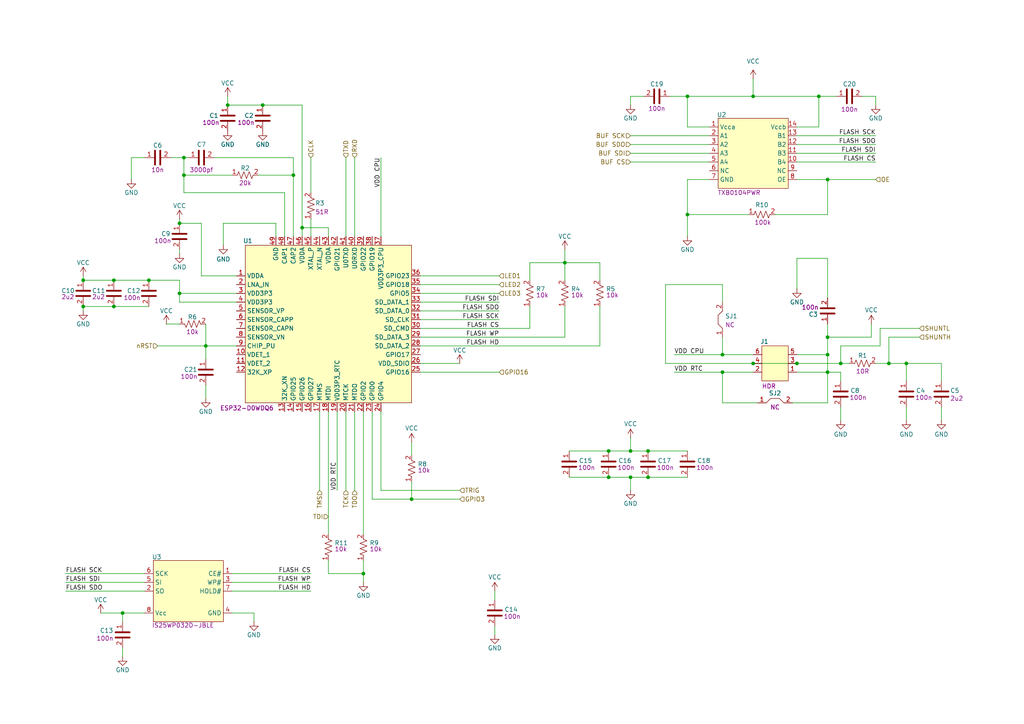
<source format=kicad_sch>
(kicad_sch (version 20231120) (generator "eeschema") (generator_version "8.0")
  (paper "A4")
  (junction (at 182.88 138.43))
  (junction (at 240.03 52.07))
  (junction (at 35.56 177.8))
  (junction (at 76.2 30.48))
  (junction (at 240.03 97.79))
  (junction (at 163.83 76.2))
  (junction (at 240.03 107.95))
  (junction (at 209.55 107.95))
  (junction (at 243.84 105.41))
  (junction (at 187.96 138.43))
  (junction (at 33.02 88.9))
  (junction (at 85.09 50.8))
  (junction (at 218.44 27.94))
  (junction (at 199.39 62.23))
  (junction (at 105.41 166.37))
  (junction (at 66.04 30.48))
  (junction (at 53.34 45.72))
  (junction (at 59.69 100.33))
  (junction (at 199.39 27.94))
  (junction (at 52.07 85.09))
  (junction (at 24.13 88.9))
  (junction (at 231.14 105.41))
  (junction (at 43.18 81.28))
  (junction (at 209.55 102.87))
  (junction (at 218.44 105.41))
  (junction (at 24.13 81.28))
  (junction (at 87.63 66.04))
  (junction (at 187.96 130.81))
  (junction (at 257.81 105.41))
  (junction (at 262.89 105.41))
  (junction (at 237.49 27.94))
  (junction (at 52.07 64.77))
  (junction (at 119.38 144.78))
  (junction (at 176.53 138.43))
  (junction (at 33.02 81.28))
  (junction (at 53.34 50.8))
  (junction (at 182.88 130.81))
  (junction (at 176.53 130.81))
  (junction (at 240.03 102.87))
  (wire (pts (xy 195.58 107.95) (xy 209.55 107.95)))
  (wire (pts (xy 80.01 64.77) (xy 64.77 64.77)))
  (wire (pts (xy 187.96 130.81) (xy 199.39 130.81)))
  (wire (pts (xy 237.49 27.94) (xy 237.49 36.83)))
  (wire (pts (xy 67.31 171.45) (xy 90.17 171.45)))
  (wire (pts (xy 105.41 119.38) (xy 105.41 154.94)))
  (wire (pts (xy 52.07 63.5) (xy 52.07 64.77)))
  (wire (pts (xy 53.34 45.72) (xy 54.61 45.72)))
  (wire (pts (xy 19.05 166.37) (xy 41.91 166.37)))
  (wire (pts (xy 243.84 107.95) (xy 243.84 110.49)))
  (wire (pts (xy 262.89 105.41) (xy 262.89 110.49)))
  (wire (pts (xy 52.07 73.66) (xy 52.07 72.39)))
  (wire (pts (xy 153.67 88.9) (xy 153.67 95.25)))
  (wire (pts (xy 67.31 168.91) (xy 90.17 168.91)))
  (wire (pts (xy 95.25 68.58) (xy 95.25 66.04)))
  (wire (pts (xy 110.49 142.24) (xy 133.35 142.24)))
  (wire (pts (xy 19.05 168.91) (xy 41.91 168.91)))
  (wire (pts (xy 240.03 74.93) (xy 231.14 74.93)))
  (wire (pts (xy 153.67 76.2) (xy 163.83 76.2)))
  (wire (pts (xy 182.88 46.99) (xy 205.74 46.99)))
  (wire (pts (xy 193.04 82.55) (xy 209.55 82.55)))
  (wire (pts (xy 262.89 105.41) (xy 273.05 105.41)))
  (wire (pts (xy 209.55 116.84) (xy 219.71 116.84)))
  (wire (pts (xy 24.13 88.9) (xy 24.13 90.17)))
  (wire (pts (xy 52.07 87.63) (xy 68.58 87.63)))
  (wire (pts (xy 82.55 68.58) (xy 82.55 55.88)))
  (wire (pts (xy 240.03 52.07) (xy 254 52.07)))
  (wire (pts (xy 143.51 171.45) (xy 143.51 173.99)))
  (wire (pts (xy 199.39 62.23) (xy 217.17 62.23)))
  (wire (pts (xy 110.49 142.24) (xy 110.49 119.38)))
  (wire (pts (xy 41.91 45.72) (xy 38.1 45.72)))
  (wire (pts (xy 73.66 177.8) (xy 73.66 180.34)))
  (wire (pts (xy 121.92 92.71) (xy 144.78 92.71)))
  (wire (pts (xy 52.07 93.98) (xy 48.26 93.98)))
  (wire (pts (xy 52.07 85.09) (xy 68.58 85.09)))
  (wire (pts (xy 121.92 107.95) (xy 144.78 107.95)))
  (wire (pts (xy 176.53 130.81) (xy 182.88 130.81)))
  (wire (pts (xy 187.96 138.43) (xy 199.39 138.43)))
  (wire (pts (xy 240.03 86.36) (xy 240.03 74.93)))
  (wire (pts (xy 110.49 68.58) (xy 110.49 45.72)))
  (wire (pts (xy 173.99 88.9) (xy 173.99 100.33)))
  (wire (pts (xy 255.27 95.25) (xy 266.7 95.25)))
  (wire (pts (xy 133.35 105.41) (xy 121.92 105.41)))
  (wire (pts (xy 67.31 166.37) (xy 90.17 166.37)))
  (wire (pts (xy 43.18 81.28) (xy 33.02 81.28)))
  (wire (pts (xy 24.13 80.01) (xy 24.13 81.28)))
  (wire (pts (xy 95.25 66.04) (xy 87.63 66.04)))
  (wire (pts (xy 273.05 118.11) (xy 273.05 121.92)))
  (wire (pts (xy 76.2 30.48) (xy 87.63 30.48)))
  (wire (pts (xy 95.25 162.56) (xy 95.25 166.37)))
  (wire (pts (xy 119.38 128.27) (xy 119.38 132.08)))
  (wire (pts (xy 209.55 102.87) (xy 218.44 102.87)))
  (wire (pts (xy 87.63 68.58) (xy 87.63 66.04)))
  (wire (pts (xy 186.69 27.94) (xy 182.88 27.94)))
  (wire (pts (xy 102.87 68.58) (xy 102.87 45.72)))
  (wire (pts (xy 182.88 27.94) (xy 182.88 30.48)))
  (wire (pts (xy 95.25 119.38) (xy 95.25 154.94)))
  (wire (pts (xy 165.1 138.43) (xy 176.53 138.43)))
  (wire (pts (xy 255.27 100.33) (xy 255.27 95.25)))
  (wire (pts (xy 250.19 27.94) (xy 254 27.94)))
  (wire (pts (xy 240.03 116.84) (xy 229.87 116.84)))
  (wire (pts (xy 121.92 100.33) (xy 173.99 100.33)))
  (wire (pts (xy 231.14 107.95) (xy 240.03 107.95)))
  (wire (pts (xy 199.39 62.23) (xy 199.39 68.58)))
  (wire (pts (xy 243.84 105.41) (xy 243.84 100.33)))
  (wire (pts (xy 193.04 105.41) (xy 218.44 105.41)))
  (wire (pts (xy 33.02 81.28) (xy 24.13 81.28)))
  (wire (pts (xy 59.69 111.76) (xy 59.69 115.57)))
  (wire (pts (xy 52.07 64.77) (xy 58.42 64.77)))
  (wire (pts (xy 100.33 142.24) (xy 100.33 119.38)))
  (wire (pts (xy 218.44 105.41) (xy 231.14 105.41)))
  (wire (pts (xy 240.03 97.79) (xy 252.73 97.79)))
  (wire (pts (xy 53.34 55.88) (xy 53.34 50.8)))
  (wire (pts (xy 209.55 107.95) (xy 209.55 116.84)))
  (wire (pts (xy 257.81 105.41) (xy 257.81 97.79)))
  (wire (pts (xy 231.14 44.45) (xy 254 44.45)))
  (wire (pts (xy 62.23 45.72) (xy 85.09 45.72)))
  (wire (pts (xy 90.17 45.72) (xy 90.17 55.88)))
  (wire (pts (xy 97.79 142.24) (xy 97.79 119.38)))
  (wire (pts (xy 240.03 97.79) (xy 240.03 93.98)))
  (wire (pts (xy 231.14 41.91) (xy 254 41.91)))
  (wire (pts (xy 240.03 107.95) (xy 243.84 107.95)))
  (wire (pts (xy 199.39 27.94) (xy 218.44 27.94)))
  (wire (pts (xy 254 27.94) (xy 254 30.48)))
  (wire (pts (xy 243.84 118.11) (xy 243.84 121.92)))
  (wire (pts (xy 237.49 27.94) (xy 242.57 27.94)))
  (wire (pts (xy 143.51 181.61) (xy 143.51 184.15)))
  (wire (pts (xy 58.42 80.01) (xy 58.42 64.77)))
  (wire (pts (xy 209.55 107.95) (xy 218.44 107.95)))
  (wire (pts (xy 85.09 68.58) (xy 85.09 50.8)))
  (wire (pts (xy 100.33 68.58) (xy 100.33 45.72)))
  (wire (pts (xy 182.88 138.43) (xy 182.88 142.24)))
  (wire (pts (xy 199.39 27.94) (xy 199.39 36.83)))
  (wire (pts (xy 231.14 105.41) (xy 243.84 105.41)))
  (wire (pts (xy 240.03 107.95) (xy 240.03 116.84)))
  (wire (pts (xy 252.73 93.98) (xy 252.73 97.79)))
  (wire (pts (xy 80.01 68.58) (xy 80.01 64.77)))
  (wire (pts (xy 199.39 52.07) (xy 199.39 62.23)))
  (wire (pts (xy 231.14 102.87) (xy 240.03 102.87)))
  (wire (pts (xy 90.17 63.5) (xy 90.17 68.58)))
  (wire (pts (xy 121.92 90.17) (xy 144.78 90.17)))
  (wire (pts (xy 163.83 76.2) (xy 173.99 76.2)))
  (wire (pts (xy 53.34 50.8) (xy 53.34 45.72)))
  (wire (pts (xy 119.38 139.7) (xy 119.38 144.78)))
  (wire (pts (xy 95.25 166.37) (xy 105.41 166.37)))
  (wire (pts (xy 262.89 118.11) (xy 262.89 121.92)))
  (wire (pts (xy 231.14 36.83) (xy 237.49 36.83)))
  (wire (pts (xy 254 105.41) (xy 257.81 105.41)))
  (wire (pts (xy 52.07 85.09) (xy 52.07 81.28)))
  (wire (pts (xy 121.92 97.79) (xy 163.83 97.79)))
  (wire (pts (xy 33.02 88.9) (xy 43.18 88.9)))
  (wire (pts (xy 66.04 27.94) (xy 66.04 30.48)))
  (wire (pts (xy 195.58 102.87) (xy 209.55 102.87)))
  (wire (pts (xy 163.83 88.9) (xy 163.83 97.79)))
  (wire (pts (xy 87.63 30.48) (xy 87.63 66.04)))
  (wire (pts (xy 74.93 50.8) (xy 85.09 50.8)))
  (wire (pts (xy 35.56 177.8) (xy 35.56 180.34)))
  (wire (pts (xy 209.55 97.79) (xy 209.55 102.87)))
  (wire (pts (xy 240.03 102.87) (xy 240.03 107.95)))
  (wire (pts (xy 218.44 27.94) (xy 237.49 27.94)))
  (wire (pts (xy 243.84 100.33) (xy 255.27 100.33)))
  (wire (pts (xy 182.88 138.43) (xy 187.96 138.43)))
  (wire (pts (xy 231.14 39.37) (xy 254 39.37)))
  (wire (pts (xy 231.14 74.93) (xy 231.14 83.82)))
  (wire (pts (xy 107.95 119.38) (xy 107.95 144.78)))
  (wire (pts (xy 92.71 142.24) (xy 92.71 119.38)))
  (wire (pts (xy 224.79 62.23) (xy 240.03 62.23)))
  (wire (pts (xy 82.55 55.88) (xy 53.34 55.88)))
  (wire (pts (xy 53.34 50.8) (xy 67.31 50.8)))
  (wire (pts (xy 35.56 187.96) (xy 35.56 190.5)))
  (wire (pts (xy 205.74 36.83) (xy 199.39 36.83)))
  (wire (pts (xy 240.03 102.87) (xy 240.03 97.79)))
  (wire (pts (xy 231.14 52.07) (xy 240.03 52.07)))
  (wire (pts (xy 49.53 45.72) (xy 53.34 45.72)))
  (wire (pts (xy 68.58 80.01) (xy 58.42 80.01)))
  (wire (pts (xy 240.03 62.23) (xy 240.03 52.07)))
  (wire (pts (xy 121.92 95.25) (xy 153.67 95.25)))
  (wire (pts (xy 59.69 93.98) (xy 59.69 100.33)))
  (wire (pts (xy 194.31 27.94) (xy 199.39 27.94)))
  (wire (pts (xy 19.05 171.45) (xy 41.91 171.45)))
  (wire (pts (xy 52.07 87.63) (xy 52.07 85.09)))
  (wire (pts (xy 105.41 166.37) (xy 105.41 168.91)))
  (wire (pts (xy 163.83 72.39) (xy 163.83 76.2)))
  (wire (pts (xy 29.21 177.8) (xy 35.56 177.8)))
  (wire (pts (xy 205.74 52.07) (xy 199.39 52.07)))
  (wire (pts (xy 243.84 105.41) (xy 246.38 105.41)))
  (wire (pts (xy 121.92 87.63) (xy 144.78 87.63)))
  (wire (pts (xy 273.05 105.41) (xy 273.05 110.49)))
  (wire (pts (xy 209.55 82.55) (xy 209.55 87.63)))
  (wire (pts (xy 66.04 30.48) (xy 76.2 30.48)))
  (wire (pts (xy 182.88 127) (xy 182.88 130.81)))
  (wire (pts (xy 105.41 166.37) (xy 105.41 162.56)))
  (wire (pts (xy 218.44 22.86) (xy 218.44 27.94)))
  (wire (pts (xy 176.53 138.43) (xy 182.88 138.43)))
  (wire (pts (xy 52.07 81.28) (xy 43.18 81.28)))
  (wire (pts (xy 182.88 44.45) (xy 205.74 44.45)))
  (wire (pts (xy 165.1 130.81) (xy 176.53 130.81)))
  (wire (pts (xy 121.92 85.09) (xy 144.78 85.09)))
  (wire (pts (xy 193.04 105.41) (xy 193.04 82.55)))
  (wire (pts (xy 59.69 100.33) (xy 59.69 104.14)))
  (wire (pts (xy 121.92 82.55) (xy 144.78 82.55)))
  (wire (pts (xy 182.88 130.81) (xy 187.96 130.81)))
  (wire (pts (xy 121.92 80.01) (xy 144.78 80.01)))
  (wire (pts (xy 231.14 46.99) (xy 254 46.99)))
  (wire (pts (xy 182.88 39.37) (xy 205.74 39.37)))
  (wire (pts (xy 45.72 100.33) (xy 59.69 100.33)))
  (wire (pts (xy 119.38 144.78) (xy 133.35 144.78)))
  (wire (pts (xy 38.1 45.72) (xy 38.1 52.07)))
  (wire (pts (xy 73.66 177.8) (xy 67.31 177.8)))
  (wire (pts (xy 64.77 64.77) (xy 64.77 71.12)))
  (wire (pts (xy 173.99 76.2) (xy 173.99 81.28)))
  (wire (pts (xy 59.69 100.33) (xy 68.58 100.33)))
  (wire (pts (xy 182.88 41.91) (xy 205.74 41.91)))
  (wire (pts (xy 257.81 105.41) (xy 262.89 105.41)))
  (wire (pts (xy 102.87 142.24) (xy 102.87 119.38)))
  (wire (pts (xy 257.81 97.79) (xy 266.7 97.79)))
  (wire (pts (xy 163.83 76.2) (xy 163.83 81.28)))
  (wire (pts (xy 24.13 88.9) (xy 33.02 88.9)))
  (wire (pts (xy 85.09 50.8) (xy 85.09 45.72)))
  (wire (pts (xy 107.95 144.78) (xy 119.38 144.78)))
  (wire (pts (xy 35.56 177.8) (xy 41.91 177.8)))
  (wire (pts (xy 153.67 81.28) (xy 153.67 76.2)))
  (label "FLASH SCK" (at 144.78 92.71 180))
  (label "FLASH SDI" (at 254 44.45 180))
  (label "FLASH SDI" (at 19.05 168.91 0))
  (label "FLASH WP" (at 144.78 97.79 180))
  (label "VDD RTC" (at 97.79 142.24 90))
  (label "FLASH CS" (at 254 46.99 180))
  (label "VDD CPU" (at 110.49 45.72 270))
  (label "FLASH SDO" (at 144.78 90.17 180))
  (label "FLASH SCK" (at 254 39.37 180))
  (label "FLASH SDO" (at 19.05 171.45 0))
  (label "FLASH CS" (at 144.78 95.25 180))
  (label "VDD RTC" (at 195.58 107.95 0))
  (label "FLASH SDI" (at 144.78 87.63 180))
  (label "FLASH HD" (at 144.78 100.33 180))
  (label "FLASH HD" (at 90.17 171.45 180))
  (label "VDD CPU" (at 195.58 102.87 0))
  (label "FLASH SCK" (at 19.05 166.37 0))
  (label "FLASH WP" (at 90.17 168.91 180))
  (label "FLASH CS" (at 90.17 166.37 180))
  (label "FLASH SDO" (at 254 41.91 180))
  (hierarchical_label "TXD" (shape input) (at 100.33 45.72 90))
  (hierarchical_label "TDO" (shape input) (at 102.87 142.24 270))
  (hierarchical_label "BUF SDI" (shape input) (at 182.88 44.45 180))
  (hierarchical_label "BUF SCK" (shape input) (at 182.88 39.37 180))
  (hierarchical_label "CLK" (shape input) (at 90.17 45.72 90))
  (hierarchical_label "GPIO16" (shape input) (at 144.78 107.95 0))
  (hierarchical_label "RXD" (shape input) (at 102.87 45.72 90))
  (hierarchical_label "SHUNTH" (shape input) (at 266.7 97.79 0))
  (hierarchical_label "BUF SDO" (shape input) (at 182.88 41.91 180))
  (hierarchical_label "SHUNTL" (shape input) (at 266.7 95.25 0))
  (hierarchical_label "TRIG" (shape input) (at 133.35 142.24 0))
  (hierarchical_label "BUF CS" (shape input) (at 182.88 46.99 180))
  (hierarchical_label "LED3" (shape input) (at 144.78 85.09 0))
  (hierarchical_label "nRST" (shape input) (at 45.72 100.33 180))
  (hierarchical_label "LED2" (shape input) (at 144.78 82.55 0))
  (hierarchical_label "TMS" (shape input) (at 92.71 142.24 270))
  (hierarchical_label "TCK" (shape input) (at 100.33 142.24 270))
  (hierarchical_label "TDI" (shape input) (at 95.25 149.86 180))
  (hierarchical_label "OE" (shape input) (at 254 52.07 0))
  (hierarchical_label "GPIO3" (shape input) (at 133.35 144.78 0))
  (hierarchical_label "LED1" (shape input) (at 144.78 80.01 0))
  (symbol (lib_id "0603_Yageo_Res:RES_20k_0603") (at 71.12 50.8 0) (unit 1)
    (property "Reference" "R2" (at 71.12 48.768 0))
    (property "Value" "RES_20k_0603" (effects (hide yes)))
    (property "Footprint" "Resistor_SMD:R_0603_1608Metric" (effects (hide yes)))
    (property "Datasheet" "https://www.yageo.com/upload/media/product/products/datasheet/rchip/PYu-RC_Group_51_RoHS_L_12.pdf" (effects (hide yes)))
    (property "Description" "RES 20K OHM 1% 1/10W 0603" (effects (hide yes)))
    (property "Display Value" "20k" (at 71.12 53.086 0))
    (property "Manufacturer" "YAGEO" (effects (hide yes)))
    (property "Manufacturer Part Number" "RC0603FR-0720KL" (effects (hide yes)))
    (property "Supplier 1" "DigiKey" (effects (hide yes)))
    (property "Supplier 1 Part Number" "311-20.0KHRCT-ND" (effects (hide yes)))
    (property "Supplier 2" "no_data" (effects (hide yes)))
    (property "Supplier 2 Part Number" "no_data" (effects (hide yes)))
  )
  (symbol (lib_id "power:GND") (at 254 30.48 0) (mirror y) (unit 1)
    (property "Reference" "#PWR065" (effects (hide yes)))
    (property "Value" "GND" (at 254 34.29 0))
    (property "Description" "Power symbol creates a global label with name \"GND\" , ground" (effects (hide yes)))
  )
  (symbol (lib_id "power:VCC") (at 52.07 63.5 0) (unit 1)
    (property "Reference" "#PWR043" (effects (hide yes)))
    (property "Value" "VCC" (at 52.07 59.69 0))
    (property "Description" "Power symbol creates a global label with name \"VCC\"" (effects (hide yes)))
  )
  (symbol (lib_id "power:GND") (at 66.04 38.1 0) (unit 1)
    (property "Reference" "#PWR048" (effects (hide yes)))
    (property "Value" "GND" (at 66.04 41.91 0))
    (property "Description" "Power symbol creates a global label with name \"GND\" , ground" (effects (hide yes)))
  )
  (symbol (lib_id "nae_caps:CAP_2u2_6.3V_0603") (at 33.02 85.09 270) (unit 1)
    (property "Reference" "C11" (at 26.67 84.328 90) (effects (justify left)))
    (property "Value" "CAP_2u2_6.3V_0603" (effects (hide yes)))
    (property "Footprint" "Capacitor_SMD:C_0603_1608Metric" (effects (hide yes)))
    (property "Datasheet" "https://www.yageo.com/upload/media/product/productsearch/datasheet/mlcc/UPY-GPHC_X7R_6.3V-to-250V_24.pdf" (effects (hide yes)))
    (property "Description" "CAP CER 2.2UF 6.3V X7R 0603" (effects (hide yes)))
    (property "Display Value" "2u2" (at 26.67 86.106 90) (effects (justify left)))
    (property "Manufacturer" "YAGEO" (effects (hide yes)))
    (property "Manufacturer Part Number" "CC0603KRX7R5BB225" (effects (hide yes)))
    (property "Supplier 1" "DigiKey" (effects (hide yes)))
    (property "Supplier 1 Part Number" "311-1795-1-ND" (effects (hide yes)))
    (property "Supplier 2" "no_data" (effects (hide yes)))
    (property "Supplier 2 Part Number" "no_data" (effects (hide yes)))
  )
  (symbol (lib_id "0603_Yageo_Res:RES_10R_0603") (at 250.19 105.41 0) (unit 1)
    (property "Reference" "R1" (at 250.19 103.124 0))
    (property "Value" "RES_10R_0603" (effects (hide yes)))
    (property "Footprint" "Resistor_SMD:R_0603_1608Metric" (effects (hide yes)))
    (property "Datasheet" "https://www.yageo.com/upload/media/product/products/datasheet/rchip/PYu-RC_Group_51_RoHS_L_12.pdf" (effects (hide yes)))
    (property "Description" "RES 10 OHM 1% 1/10W 0603" (effects (hide yes)))
    (property "Display Value" "10R" (at 250.19 107.696 0))
    (property "Manufacturer" "YAGEO" (effects (hide yes)))
    (property "Manufacturer Part Number" "RC0603FR-0710RL" (effects (hide yes)))
    (property "Supplier 1" "DigiKey" (effects (hide yes)))
    (property "Supplier 1 Part Number" "311-10.0HRCT-ND" (effects (hide yes)))
    (property "Supplier 2" "no_data" (effects (hide yes)))
    (property "Supplier 2 Part Number" "no_data" (effects (hide yes)))
  )
  (symbol (lib_id "nae_caps:CAP_100n_6.3V_0603") (at 59.69 107.95 270) (unit 1)
    (property "Reference" "C21" (at 53.34 107.188 90) (effects (justify left)))
    (property "Value" "CAP_100n_6.3V_0603" (effects (hide yes)))
    (property "Footprint" "Capacitor_SMD:C_0603_1608Metric" (effects (hide yes)))
    (property "Datasheet" "https://www.yageo.com/upload/media/product/productsearch/datasheet/mlcc/UPY-GPHC_X7R_6.3V-to-250V_24.pdf" (effects (hide yes)))
    (property "Description" "CAP CER 0.1UF 6.3V X7R 0603" (effects (hide yes)))
    (property "Display Value" "100n" (at 52.324 109.22 90) (effects (justify left)))
    (property "Manufacturer" "YAGEO" (effects (hide yes)))
    (property "Manufacturer Part Number" "CC0603KRX7R5BB104" (effects (hide yes)))
    (property "Supplier 1" "DigiKey" (effects (hide yes)))
    (property "Supplier 1 Part Number" "13-CC0603KRX7R5BB104CT-ND" (effects (hide yes)))
    (property "Supplier 2" "no_data" (effects (hide yes)))
    (property "Supplier 2 Part Number" "no_data" (effects (hide yes)))
  )
  (symbol (lib_id "power:GND") (at 182.88 30.48 0) (unit 1)
    (property "Reference" "#PWR057" (effects (hide yes)))
    (property "Value" "GND" (at 182.88 34.29 0))
    (property "Description" "Power symbol creates a global label with name \"GND\" , ground" (effects (hide yes)))
  )
  (symbol (lib_id "nae_caps:CAP_100n_6.3V_0603") (at 52.07 68.58 270) (unit 1)
    (property "Reference" "C9" (at 46.736 67.818 90) (effects (justify left)))
    (property "Value" "CAP_100n_6.3V_0603" (effects (hide yes)))
    (property "Footprint" "Capacitor_SMD:C_0603_1608Metric" (effects (hide yes)))
    (property "Datasheet" "https://www.yageo.com/upload/media/product/productsearch/datasheet/mlcc/UPY-GPHC_X7R_6.3V-to-250V_24.pdf" (effects (hide yes)))
    (property "Description" "CAP CER 0.1UF 6.3V X7R 0603" (effects (hide yes)))
    (property "Display Value" "100n" (at 44.704 69.85 90) (effects (justify left)))
    (property "Manufacturer" "YAGEO" (effects (hide yes)))
    (property "Manufacturer Part Number" "CC0603KRX7R5BB104" (effects (hide yes)))
    (property "Supplier 1" "DigiKey" (effects (hide yes)))
    (property "Supplier 1 Part Number" "13-CC0603KRX7R5BB104CT-ND" (effects (hide yes)))
    (property "Supplier 2" "no_data" (effects (hide yes)))
    (property "Supplier 2 Part Number" "no_data" (effects (hide yes)))
  )
  (symbol (lib_id "nae_caps:CAP_100n_6.3V_0603") (at 76.2 34.29 270) (unit 1)
    (property "Reference" "C2" (at 70.866 33.528 90) (effects (justify left)))
    (property "Value" "CAP_100n_6.3V_0603" (effects (hide yes)))
    (property "Footprint" "Capacitor_SMD:C_0603_1608Metric" (effects (hide yes)))
    (property "Datasheet" "https://www.yageo.com/upload/media/product/productsearch/datasheet/mlcc/UPY-GPHC_X7R_6.3V-to-250V_24.pdf" (effects (hide yes)))
    (property "Description" "CAP CER 0.1UF 6.3V X7R 0603" (effects (hide yes)))
    (property "Display Value" "100n" (at 68.834 35.56 90) (effects (justify left)))
    (property "Manufacturer" "YAGEO" (effects (hide yes)))
    (property "Manufacturer Part Number" "CC0603KRX7R5BB104" (effects (hide yes)))
    (property "Supplier 1" "DigiKey" (effects (hide yes)))
    (property "Supplier 1 Part Number" "13-CC0603KRX7R5BB104CT-ND" (effects (hide yes)))
    (property "Supplier 2" "no_data" (effects (hide yes)))
    (property "Supplier 2 Part Number" "no_data" (effects (hide yes)))
  )
  (symbol (lib_id "power:VCC") (at 48.26 93.98 0) (unit 1)
    (property "Reference" "#PWR042" (effects (hide yes)))
    (property "Value" "VCC" (at 48.26 90.17 0))
    (property "Description" "Power symbol creates a global label with name \"VCC\"" (effects (hide yes)))
  )
  (symbol (lib_id "0603_Yageo_Res:RES_100k_0603") (at 220.98 62.23 0) (unit 1)
    (property "Reference" "R10" (at 220.98 59.436 0))
    (property "Value" "RES_100k_0603" (effects (hide yes)))
    (property "Footprint" "Resistor_SMD:R_0603_1608Metric" (effects (hide yes)))
    (property "Datasheet" "https://www.yageo.com/upload/media/product/products/datasheet/rchip/PYu-RC_Group_51_RoHS_L_12.pdf" (effects (hide yes)))
    (property "Description" "RES 100K OHM 1% 1/10W 0603" (effects (hide yes)))
    (property "Display Value" "100k" (at 221.234 64.516 0))
    (property "Manufacturer" "YAGEO" (effects (hide yes)))
    (property "Manufacturer Part Number" "RC0603FR-07100KL" (effects (hide yes)))
    (property "Supplier 1" "DigiKey" (effects (hide yes)))
    (property "Supplier 1 Part Number" "311-100KHRCT-ND" (effects (hide yes)))
    (property "Supplier 2" "no_data" (effects (hide yes)))
    (property "Supplier 2 Part Number" "no_data" (effects (hide yes)))
  )
  (symbol (lib_id "power:VCC") (at 182.88 127 0) (unit 1)
    (property "Reference" "#PWR058" (effects (hide yes)))
    (property "Value" "VCC" (at 182.88 122.936 0))
    (property "Description" "Power symbol creates a global label with name \"VCC\"" (effects (hide yes)))
  )
  (symbol (lib_id "power:GND") (at 143.51 184.15 0) (unit 1)
    (property "Reference" "#PWR055" (effects (hide yes)))
    (property "Value" "GND" (at 143.51 187.96 0))
    (property "Description" "Power symbol creates a global label with name \"GND\" , ground" (effects (hide yes)))
  )
  (symbol (lib_id "power:GND") (at 59.69 115.57 0) (unit 1)
    (property "Reference" "#PWR045" (effects (hide yes)))
    (property "Value" "GND" (at 59.69 119.38 0))
    (property "Description" "Power symbol creates a global label with name \"GND\" , ground" (effects (hide yes)))
  )
  (symbol (lib_id "nae_caps:CAP_100n_6.3V_0603") (at 240.03 90.17 90) (unit 1)
    (property "Reference" "C3" (at 237.236 91.186 90) (effects (justify left)))
    (property "Value" "CAP_100n_6.3V_0603" (effects (hide yes)))
    (property "Footprint" "Capacitor_SMD:C_0603_1608Metric" (effects (hide yes)))
    (property "Datasheet" "https://www.yageo.com/upload/media/product/productsearch/datasheet/mlcc/UPY-GPHC_X7R_6.3V-to-250V_24.pdf" (effects (hide yes)))
    (property "Description" "CAP CER 0.1UF 6.3V X7R 0603" (effects (hide yes)))
    (property "Display Value" "100n" (at 237.49 89.154 90) (effects (justify left)))
    (property "Manufacturer" "YAGEO" (effects (hide yes)))
    (property "Manufacturer Part Number" "CC0603KRX7R5BB104" (effects (hide yes)))
    (property "Supplier 1" "DigiKey" (effects (hide yes)))
    (property "Supplier 1 Part Number" "13-CC0603KRX7R5BB104CT-ND" (effects (hide yes)))
    (property "Supplier 2" "no_data" (effects (hide yes)))
    (property "Supplier 2 Part Number" "no_data" (effects (hide yes)))
  )
  (symbol (lib_id "power:VCC") (at 29.21 177.8 0) (unit 1)
    (property "Reference" "#PWR039" (effects (hide yes)))
    (property "Value" "VCC" (at 29.21 173.99 0))
    (property "Description" "Power symbol creates a global label with name \"VCC\"" (effects (hide yes)))
  )
  (symbol (lib_id "tutorial_2_library:IS25WP032D-JBLE") (at 54.61 166.37 0) (unit 1)
    (property "Reference" "U3" (at 45.466 161.544 0))
    (property "Value" "IS25WP032D" (effects (hide yes)))
    (property "Footprint" "Package_SO:SOIC-8_5.275x5.275mm_P1.27mm" (effects (hide yes)))
    (property "Datasheet" "https://www.issi.com/WW/pdf/25LP-WP032D.pdf" (effects (hide yes)))
    (property "Description" "IC FLASH 32MBIT SPI/QUAD 8SOIC" (effects (hide yes)))
    (property "Display Value" "IS25WP032D-JBLE" (at 53.086 181.356 0))
    (property "Manufacturer" "ISSI, Integrated Silicon Solution Inc" (effects (hide yes)))
    (property "Manufacturer Part Number" "IS25WP032D-JBLE" (effects (hide yes)))
    (property "Supplier 1" "DigiKey" (effects (hide yes)))
    (property "Supplier 1 Part Number" "706-1615-ND" (effects (hide yes)))
  )
  (symbol (lib_id "power:GND") (at 38.1 52.07 0) (unit 1)
    (property "Reference" "#PWR041" (effects (hide yes)))
    (property "Value" "GND" (at 38.1 55.88 0))
    (property "Description" "Power symbol creates a global label with name \"GND\" , ground" (effects (hide yes)))
  )
  (symbol (lib_id "nae_caps:CAP_100n_6.3V_0603") (at 199.39 134.62 270) (unit 1)
    (property "Reference" "C18" (at 202.184 133.604 90) (effects (justify left)))
    (property "Value" "CAP_100n_6.3V_0603" (effects (hide yes)))
    (property "Footprint" "Capacitor_SMD:C_0603_1608Metric" (effects (hide yes)))
    (property "Datasheet" "https://www.yageo.com/upload/media/product/productsearch/datasheet/mlcc/UPY-GPHC_X7R_6.3V-to-250V_24.pdf" (effects (hide yes)))
    (property "Description" "CAP CER 0.1UF 6.3V X7R 0603" (effects (hide yes)))
    (property "Display Value" "100n" (at 201.93 135.636 90) (effects (justify left)))
    (property "Manufacturer" "YAGEO" (effects (hide yes)))
    (property "Manufacturer Part Number" "CC0603KRX7R5BB104" (effects (hide yes)))
    (property "Supplier 1" "DigiKey" (effects (hide yes)))
    (property "Supplier 1 Part Number" "13-CC0603KRX7R5BB104CT-ND" (effects (hide yes)))
    (property "Supplier 2" "no_data" (effects (hide yes)))
    (property "Supplier 2 Part Number" "no_data" (effects (hide yes)))
  )
  (symbol (lib_id "nae_caps:CAP_100n_6.3V_0603") (at 262.89 114.3 270) (unit 1)
    (property "Reference" "C4" (at 265.684 113.284 90) (effects (justify left)))
    (property "Value" "CAP_100n_6.3V_0603" (effects (hide yes)))
    (property "Footprint" "Capacitor_SMD:C_0603_1608Metric" (effects (hide yes)))
    (property "Datasheet" "https://www.yageo.com/upload/media/product/productsearch/datasheet/mlcc/UPY-GPHC_X7R_6.3V-to-250V_24.pdf" (effects (hide yes)))
    (property "Description" "CAP CER 0.1UF 6.3V X7R 0603" (effects (hide yes)))
    (property "Display Value" "100n" (at 265.43 115.316 90) (effects (justify left)))
    (property "Manufacturer" "YAGEO" (effects (hide yes)))
    (property "Manufacturer Part Number" "CC0603KRX7R5BB104" (effects (hide yes)))
    (property "Supplier 1" "DigiKey" (effects (hide yes)))
    (property "Supplier 1 Part Number" "13-CC0603KRX7R5BB104CT-ND" (effects (hide yes)))
    (property "Supplier 2" "no_data" (effects (hide yes)))
    (property "Supplier 2 Part Number" "no_data" (effects (hide yes)))
  )
  (symbol (lib_id "0603_Yageo_Res:RES_10k_0603") (at 163.83 85.09 90) (unit 1)
    (property "Reference" "R4" (at 165.608 83.82 90) (effects (justify right)))
    (property "Value" "RES_10k_0603" (effects (hide yes)))
    (property "Footprint" "Resistor_SMD:R_0603_1608Metric" (effects (hide yes)))
    (property "Datasheet" "https://www.yageo.com/upload/media/product/products/datasheet/rchip/PYu-RC_Group_51_RoHS_L_12.pdf" (effects (hide yes)))
    (property "Description" "RES 10K OHM 1% 1/10W 0603" (effects (hide yes)))
    (property "Display Value" "10k" (at 165.608 85.598 90) (effects (justify right)))
    (property "Manufacturer" "YAGEO" (effects (hide yes)))
    (property "Manufacturer Part Number" "RC0603FR-0710KL" (effects (hide yes)))
    (property "Supplier 1" "DigiKey" (effects (hide yes)))
    (property "Supplier 1 Part Number" "311-10.0KHRCT-ND" (effects (hide yes)))
    (property "Supplier 2" "no_data" (effects (hide yes)))
    (property "Supplier 2 Part Number" "no_data" (effects (hide yes)))
  )
  (symbol (lib_id "power:VCC") (at 143.51 171.45 0) (unit 1)
    (property "Reference" "#PWR054" (effects (hide yes)))
    (property "Value" "VCC" (at 143.51 167.386 0))
    (property "Description" "Power symbol creates a global label with name \"VCC\"" (effects (hide yes)))
  )
  (symbol (lib_id "tutorial_2_library:CAP_3000p_50V_0603") (at 58.42 45.72 0) (unit 1)
    (property "Reference" "C7" (at 58.42 41.91 0))
    (property "Value" "CAP_3000p_50V_0603" (effects (hide yes)))
    (property "Footprint" "Capacitor_SMD:C_0603_1608Metric" (effects (hide yes)))
    (property "Datasheet" "https://www.yageo.com/upload/media/product/productsearch/datasheet/mlcc/UPY-GP_NP0_16V-to-50V_18.pdf" (effects (hide yes)))
    (property "Description" "CAP CER 3000PF 50V C0G/NP0 0603" (effects (hide yes)))
    (property "Display Value" "3000pf" (at 58.42 49.276 0))
    (property "Manufacturer" "YAGEO" (effects (hide yes)))
    (property "Manufacturer Part Number" "CC0603JRNPO9BN302" (effects (hide yes)))
    (property "Supplier 1" "DigiKey" (effects (hide yes)))
    (property "Supplier 1 Part Number" "13-CC0603JRNPO9BN302CT-ND" (effects (hide yes)))
  )
  (symbol (lib_id "tutorial_2_library:Solder_Jumper_2_NC") (at 209.55 92.71 180) (unit 1)
    (property "Reference" "SJ1" (at 210.312 91.694 0) (effects (justify right)))
    (property "Footprint" "Jumper:SolderJumper-2_P1.3mm_Bridged2Bar_Pad1.0x1.5mm" (effects (hide yes)))
    (property "Display Value" "NC" (at 210.312 94.234 0) (effects (justify right)))
  )
  (symbol (lib_id "power:GND") (at 243.84 121.92 0) (unit 1)
    (property "Reference" "#PWR063" (effects (hide yes)))
    (property "Value" "GND" (at 243.84 125.984 0))
    (property "Description" "Power symbol creates a global label with name \"GND\" , ground" (effects (hide yes)))
  )
  (symbol (lib_id "power:VCC") (at 119.38 128.27 0) (unit 1)
    (property "Reference" "#PWR052" (effects (hide yes)))
    (property "Value" "VCC" (at 119.38 124.206 0))
    (property "Description" "Power symbol creates a global label with name \"VCC\"" (effects (hide yes)))
  )
  (symbol (lib_id "power:VCC") (at 133.35 105.41 0) (mirror y) (unit 1)
    (property "Reference" "#PWR053" (effects (hide yes)))
    (property "Value" "VCC" (at 133.35 101.6 0))
    (property "Description" "Power symbol creates a global label with name \"VCC\"" (effects (hide yes)))
  )
  (symbol (lib_id "power:VCC") (at 252.73 93.98 0) (unit 1)
    (property "Reference" "#PWR064" (effects (hide yes)))
    (property "Value" "VCC" (at 252.73 89.916 0))
    (property "Description" "Power symbol creates a global label with name \"VCC\"" (effects (hide yes)))
  )
  (symbol (lib_id "tutorial_2_library:Solder_Jumper_2_NC") (at 224.79 116.84 90) (unit 1)
    (property "Reference" "SJ2" (at 224.79 114.046 90))
    (property "Footprint" "Jumper:SolderJumper-2_P1.3mm_Bridged2Bar_Pad1.0x1.5mm" (effects (hide yes)))
    (property "Display Value" "NC" (at 224.79 118.11 90))
  )
  (symbol (lib_id "nae_caps:CAP_100n_6.3V_0603") (at 190.5 27.94 0) (mirror y) (unit 1)
    (property "Reference" "C19" (at 190.5 24.384 0))
    (property "Value" "CAP_100n_6.3V_0603" (effects (hide yes)))
    (property "Footprint" "Capacitor_SMD:C_0603_1608Metric" (effects (hide yes)))
    (property "Datasheet" "https://www.yageo.com/upload/media/product/productsearch/datasheet/mlcc/UPY-GPHC_X7R_6.3V-to-250V_24.pdf" (effects (hide yes)))
    (property "Description" "CAP CER 0.1UF 6.3V X7R 0603" (effects (hide yes)))
    (property "Display Value" "100n" (at 190.5 31.496 0))
    (property "Manufacturer" "YAGEO" (effects (hide yes)))
    (property "Manufacturer Part Number" "CC0603KRX7R5BB104" (effects (hide yes)))
    (property "Supplier 1" "DigiKey" (effects (hide yes)))
    (property "Supplier 1 Part Number" "13-CC0603KRX7R5BB104CT-ND" (effects (hide yes)))
    (property "Supplier 2" "no_data" (effects (hide yes)))
    (property "Supplier 2 Part Number" "no_data" (effects (hide yes)))
  )
  (symbol (lib_id "nae_caps:CAP_100n_6.3V_0603") (at 176.53 134.62 270) (unit 1)
    (property "Reference" "C16" (at 179.324 133.604 90) (effects (justify left)))
    (property "Value" "CAP_100n_6.3V_0603" (effects (hide yes)))
    (property "Footprint" "Capacitor_SMD:C_0603_1608Metric" (effects (hide yes)))
    (property "Datasheet" "https://www.yageo.com/upload/media/product/productsearch/datasheet/mlcc/UPY-GPHC_X7R_6.3V-to-250V_24.pdf" (effects (hide yes)))
    (property "Description" "CAP CER 0.1UF 6.3V X7R 0603" (effects (hide yes)))
    (property "Display Value" "100n" (at 179.07 135.636 90) (effects (justify left)))
    (property "Manufacturer" "YAGEO" (effects (hide yes)))
    (property "Manufacturer Part Number" "CC0603KRX7R5BB104" (effects (hide yes)))
    (property "Supplier 1" "DigiKey" (effects (hide yes)))
    (property "Supplier 1 Part Number" "13-CC0603KRX7R5BB104CT-ND" (effects (hide yes)))
    (property "Supplier 2" "no_data" (effects (hide yes)))
    (property "Supplier 2 Part Number" "no_data" (effects (hide yes)))
  )
  (symbol (lib_id "power:GND") (at 273.05 121.92 0) (unit 1)
    (property "Reference" "#PWR067" (effects (hide yes)))
    (property "Value" "GND" (at 273.05 125.984 0))
    (property "Description" "Power symbol creates a global label with name \"GND\" , ground" (effects (hide yes)))
  )
  (symbol (lib_id "power:GND") (at 231.14 83.82 0) (unit 1)
    (property "Reference" "#PWR062" (effects (hide yes)))
    (property "Value" "GND" (at 231.14 87.63 0))
    (property "Description" "Power symbol creates a global label with name \"GND\" , ground" (effects (hide yes)))
  )
  (symbol (lib_id "nae_caps:CAP_100n_6.3V_0603") (at 165.1 134.62 270) (unit 1)
    (property "Reference" "C15" (at 167.894 133.604 90) (effects (justify left)))
    (property "Value" "CAP_100n_6.3V_0603" (effects (hide yes)))
    (property "Footprint" "Capacitor_SMD:C_0603_1608Metric" (effects (hide yes)))
    (property "Datasheet" "https://www.yageo.com/upload/media/product/productsearch/datasheet/mlcc/UPY-GPHC_X7R_6.3V-to-250V_24.pdf" (effects (hide yes)))
    (property "Description" "CAP CER 0.1UF 6.3V X7R 0603" (effects (hide yes)))
    (property "Display Value" "100n" (at 167.64 135.636 90) (effects (justify left)))
    (property "Manufacturer" "YAGEO" (effects (hide yes)))
    (property "Manufacturer Part Number" "CC0603KRX7R5BB104" (effects (hide yes)))
    (property "Supplier 1" "DigiKey" (effects (hide yes)))
    (property "Supplier 1 Part Number" "13-CC0603KRX7R5BB104CT-ND" (effects (hide yes)))
    (property "Supplier 2" "no_data" (effects (hide yes)))
    (property "Supplier 2 Part Number" "no_data" (effects (hide yes)))
  )
  (symbol (lib_id "power:GND") (at 73.66 180.34 0) (unit 1)
    (property "Reference" "#PWR049" (effects (hide yes)))
    (property "Value" "GND" (at 73.66 184.15 0))
    (property "Description" "Power symbol creates a global label with name \"GND\" , ground" (effects (hide yes)))
  )
  (symbol (lib_id "power:VCC") (at 218.44 22.86 0) (unit 1)
    (property "Reference" "#PWR061" (effects (hide yes)))
    (property "Value" "VCC" (at 218.44 17.78 0))
    (property "Description" "Power symbol creates a global label with name \"VCC\"" (effects (hide yes)))
  )
  (symbol (lib_id "0603_Yageo_Res:RES_10k_0603") (at 55.88 93.98 0) (mirror x) (unit 1)
    (property "Reference" "R6" (at 57.15 91.948 0) (effects (justify right)))
    (property "Value" "RES_10k_0603" (effects (hide yes)))
    (property "Footprint" "Resistor_SMD:R_0603_1608Metric" (effects (hide yes)))
    (property "Datasheet" "https://www.yageo.com/upload/media/product/products/datasheet/rchip/PYu-RC_Group_51_RoHS_L_12.pdf" (effects (hide yes)))
    (property "Description" "RES 10K OHM 1% 1/10W 0603" (effects (hide yes)))
    (property "Display Value" "10k" (at 57.658 96.266 0) (effects (justify right)))
    (property "Manufacturer" "YAGEO" (effects (hide yes)))
    (property "Manufacturer Part Number" "RC0603FR-0710KL" (effects (hide yes)))
    (property "Supplier 1" "DigiKey" (effects (hide yes)))
    (property "Supplier 1 Part Number" "311-10.0KHRCT-ND" (effects (hide yes)))
    (property "Supplier 2" "no_data" (effects (hide yes)))
    (property "Supplier 2 Part Number" "no_data" (effects (hide yes)))
  )
  (symbol (lib_id "power:GND") (at 52.07 73.66 0) (unit 1)
    (property "Reference" "#PWR044" (effects (hide yes)))
    (property "Value" "GND" (at 52.07 77.47 0))
    (property "Description" "Power symbol creates a global label with name \"GND\" , ground" (effects (hide yes)))
  )
  (symbol (lib_id "nae_caps:CAP_100n_6.3V_0603") (at 66.04 34.29 270) (unit 1)
    (property "Reference" "C1" (at 60.706 33.528 90) (effects (justify left)))
    (property "Value" "CAP_100n_6.3V_0603" (effects (hide yes)))
    (property "Footprint" "Capacitor_SMD:C_0603_1608Metric" (effects (hide yes)))
    (property "Datasheet" "https://www.yageo.com/upload/media/product/productsearch/datasheet/mlcc/UPY-GPHC_X7R_6.3V-to-250V_24.pdf" (effects (hide yes)))
    (property "Description" "CAP CER 0.1UF 6.3V X7R 0603" (effects (hide yes)))
    (property "Display Value" "100n" (at 58.674 35.56 90) (effects (justify left)))
    (property "Manufacturer" "YAGEO" (effects (hide yes)))
    (property "Manufacturer Part Number" "CC0603KRX7R5BB104" (effects (hide yes)))
    (property "Supplier 1" "DigiKey" (effects (hide yes)))
    (property "Supplier 1 Part Number" "13-CC0603KRX7R5BB104CT-ND" (effects (hide yes)))
    (property "Supplier 2" "no_data" (effects (hide yes)))
    (property "Supplier 2 Part Number" "no_data" (effects (hide yes)))
  )
  (symbol (lib_id "tutorial_2_library:TXB0104PWR") (at 218.44 36.83 0) (unit 1)
    (property "Reference" "U2" (at 209.296 33.274 0))
    (property "Value" "TXB0104PWR" (effects (hide yes)))
    (property "Footprint" "Package_SO:SOIC-14_3.9x8.7mm_P1.27mm" (effects (hide yes)))
    (property "Datasheet" "https://www.ti.com/lit/ds/symlink/txb0104.pdf?HQS=dis-dk-null-digikeymode-dsf-pf-null-wwe&ts=1730452248372&ref_url=https%253A%252F%252Fwww.ti.com%252Fgeneral%252Fdocs%252Fsuppproductinfo.tsp%253FdistId%253D10%2526gotoUrl%253Dhttps%253A%252F%252Fwww.ti.com%252Flit%252Fgpn%252Ftxb0104" (effects (hide yes)))
    (property "Description" "IC TRANSLATOR BIDIR 14TSSOP" (effects (hide yes)))
    (property "Display Value" "TXB0104PWR" (at 214.376 55.88 0))
    (property "Manufacturer" "Texas Instruments" (effects (hide yes)))
    (property "Manufacturer Part Number" "TXB0104PWR" (effects (hide yes)))
    (property "Supplier 1" "DigiKey" (effects (hide yes)))
    (property "Supplier 1 Part Number" "296-21929-1-ND" (effects (hide yes)))
  )
  (symbol (lib_id "power:GND") (at 199.39 68.58 0) (unit 1)
    (property "Reference" "#PWR060" (effects (hide yes)))
    (property "Value" "GND" (at 199.39 72.39 0))
    (property "Description" "Power symbol creates a global label with name \"GND\" , ground" (effects (hide yes)))
  )
  (symbol (lib_id "power:VCC") (at 66.04 27.94 0) (unit 1)
    (property "Reference" "#PWR047" (effects (hide yes)))
    (property "Value" "VCC" (at 66.04 24.13 0))
    (property "Description" "Power symbol creates a global label with name \"VCC\"" (effects (hide yes)))
  )
  (symbol (lib_id "tutorial_2_library:VERT_HDR_6_2.54mm") (at 224.79 107.95 180) (unit 1)
    (property "Reference" "J1" (at 221.742 99.06 0))
    (property "Value" "HDR_6_2.54" (effects (hide yes)))
    (property "Footprint" "Connector_PinHeader_1.00mm:PinHeader_2x03_P1.00mm_Vertical" (effects (hide yes)))
    (property "Datasheet" "https://app.adam-tech.com/products/download/data_sheet/202065/ph2-xx-ua-data-sheet.pdf" (effects (hide yes)))
    (property "Description" "CONN HEADER VERT 6POS 2.54MM" (effects (hide yes)))
    (property "Display Value" "HDR" (at 223.012 112.014 0))
    (property "Manufacturer" "Adam Tech" (effects (hide yes)))
    (property "Manufacturer Part Number" "PH2-06-UA" (effects (hide yes)))
    (property "Supplier 1" "DigiKey" (effects (hide yes)))
    (property "Supplier 1 Part Number" "2057-PH2-06-UA-ND" (effects (hide yes)))
  )
  (symbol (lib_id "0603_Yageo_Res:RES_10k_0603") (at 173.99 85.09 90) (unit 1)
    (property "Reference" "R5" (at 175.768 83.82 90) (effects (justify right)))
    (property "Value" "RES_10k_0603" (effects (hide yes)))
    (property "Footprint" "Resistor_SMD:R_0603_1608Metric" (effects (hide yes)))
    (property "Datasheet" "https://www.yageo.com/upload/media/product/products/datasheet/rchip/PYu-RC_Group_51_RoHS_L_12.pdf" (effects (hide yes)))
    (property "Description" "RES 10K OHM 1% 1/10W 0603" (effects (hide yes)))
    (property "Display Value" "10k" (at 175.768 85.598 90) (effects (justify right)))
    (property "Manufacturer" "YAGEO" (effects (hide yes)))
    (property "Manufacturer Part Number" "RC0603FR-0710KL" (effects (hide yes)))
    (property "Supplier 1" "DigiKey" (effects (hide yes)))
    (property "Supplier 1 Part Number" "311-10.0KHRCT-ND" (effects (hide yes)))
    (property "Supplier 2" "no_data" (effects (hide yes)))
    (property "Supplier 2 Part Number" "no_data" (effects (hide yes)))
  )
  (symbol (lib_id "power:GND") (at 76.2 38.1 0) (unit 1)
    (property "Reference" "#PWR050" (effects (hide yes)))
    (property "Value" "GND" (at 76.2 41.91 0))
    (property "Description" "Power symbol creates a global label with name \"GND\" , ground" (effects (hide yes)))
  )
  (symbol (lib_id "nae_caps:CAP_100n_6.3V_0603") (at 143.51 177.8 270) (unit 1)
    (property "Reference" "C14" (at 146.304 176.784 90) (effects (justify left)))
    (property "Value" "CAP_100n_6.3V_0603" (effects (hide yes)))
    (property "Footprint" "Capacitor_SMD:C_0603_1608Metric" (effects (hide yes)))
    (property "Datasheet" "https://www.yageo.com/upload/media/product/productsearch/datasheet/mlcc/UPY-GPHC_X7R_6.3V-to-250V_24.pdf" (effects (hide yes)))
    (property "Description" "CAP CER 0.1UF 6.3V X7R 0603" (effects (hide yes)))
    (property "Display Value" "100n" (at 146.05 178.816 90) (effects (justify left)))
    (property "Manufacturer" "YAGEO" (effects (hide yes)))
    (property "Manufacturer Part Number" "CC0603KRX7R5BB104" (effects (hide yes)))
    (property "Supplier 1" "DigiKey" (effects (hide yes)))
    (property "Supplier 1 Part Number" "13-CC0603KRX7R5BB104CT-ND" (effects (hide yes)))
    (property "Supplier 2" "no_data" (effects (hide yes)))
    (property "Supplier 2 Part Number" "no_data" (effects (hide yes)))
  )
  (symbol (lib_id "nae_caps:CAP_100n_6.3V_0603") (at 35.56 184.15 270) (unit 1)
    (property "Reference" "C13" (at 28.956 182.88 90) (effects (justify left)))
    (property "Value" "CAP_100n_6.3V_0603" (effects (hide yes)))
    (property "Footprint" "Capacitor_SMD:C_0603_1608Metric" (effects (hide yes)))
    (property "Datasheet" "https://www.yageo.com/upload/media/product/productsearch/datasheet/mlcc/UPY-GPHC_X7R_6.3V-to-250V_24.pdf" (effects (hide yes)))
    (property "Description" "CAP CER 0.1UF 6.3V X7R 0603" (effects (hide yes)))
    (property "Display Value" "100n" (at 27.94 185.166 90) (effects (justify left)))
    (property "Manufacturer" "YAGEO" (effects (hide yes)))
    (property "Manufacturer Part Number" "CC0603KRX7R5BB104" (effects (hide yes)))
    (property "Supplier 1" "DigiKey" (effects (hide yes)))
    (property "Supplier 1 Part Number" "13-CC0603KRX7R5BB104CT-ND" (effects (hide yes)))
    (property "Supplier 2" "no_data" (effects (hide yes)))
    (property "Supplier 2 Part Number" "no_data" (effects (hide yes)))
  )
  (symbol (lib_id "nae_caps:CAP_100n_6.3V_0603") (at 243.84 114.3 270) (unit 1)
    (property "Reference" "C8" (at 246.634 113.284 90) (effects (justify left)))
    (property "Value" "CAP_100n_6.3V_0603" (effects (hide yes)))
    (property "Footprint" "Capacitor_SMD:C_0603_1608Metric" (effects (hide yes)))
    (property "Datasheet" "https://www.yageo.com/upload/media/product/productsearch/datasheet/mlcc/UPY-GPHC_X7R_6.3V-to-250V_24.pdf" (effects (hide yes)))
    (property "Description" "CAP CER 0.1UF 6.3V X7R 0603" (effects (hide yes)))
    (property "Display Value" "100n" (at 246.38 115.316 90) (effects (justify left)))
    (property "Manufacturer" "YAGEO" (effects (hide yes)))
    (property "Manufacturer Part Number" "CC0603KRX7R5BB104" (effects (hide yes)))
    (property "Supplier 1" "DigiKey" (effects (hide yes)))
    (property "Supplier 1 Part Number" "13-CC0603KRX7R5BB104CT-ND" (effects (hide yes)))
    (property "Supplier 2" "no_data" (effects (hide yes)))
    (property "Supplier 2 Part Number" "no_data" (effects (hide yes)))
  )
  (symbol (lib_id "nae_caps:CAP_100n_6.3V_0603") (at 246.38 27.94 0) (unit 1)
    (property "Reference" "C20" (at 246.38 24.384 0))
    (property "Value" "CAP_100n_6.3V_0603" (effects (hide yes)))
    (property "Footprint" "Capacitor_SMD:C_0603_1608Metric" (effects (hide yes)))
    (property "Datasheet" "https://www.yageo.com/upload/media/product/productsearch/datasheet/mlcc/UPY-GPHC_X7R_6.3V-to-250V_24.pdf" (effects (hide yes)))
    (property "Description" "CAP CER 0.1UF 6.3V X7R 0603" (effects (hide yes)))
    (property "Display Value" "100n" (at 246.38 31.75 0))
    (property "Manufacturer" "YAGEO" (effects (hide yes)))
    (property "Manufacturer Part Number" "CC0603KRX7R5BB104" (effects (hide yes)))
    (property "Supplier 1" "DigiKey" (effects (hide yes)))
    (property "Supplier 1 Part Number" "13-CC0603KRX7R5BB104CT-ND" (effects (hide yes)))
    (property "Supplier 2" "no_data" (effects (hide yes)))
    (property "Supplier 2 Part Number" "no_data" (effects (hide yes)))
  )
  (symbol (lib_id "nae_caps:CAP_100n_6.3V_0603") (at 43.18 85.09 270) (unit 1)
    (property "Reference" "C12" (at 36.83 84.328 90) (effects (justify left)))
    (property "Value" "CAP_100n_6.3V_0603" (effects (hide yes)))
    (property "Footprint" "Capacitor_SMD:C_0603_1608Metric" (effects (hide yes)))
    (property "Datasheet" "https://www.yageo.com/upload/media/product/productsearch/datasheet/mlcc/UPY-GPHC_X7R_6.3V-to-250V_24.pdf" (effects (hide yes)))
    (property "Description" "CAP CER 0.1UF 6.3V X7R 0603" (effects (hide yes)))
    (property "Display Value" "100n" (at 35.814 86.36 90) (effects (justify left)))
    (property "Manufacturer" "YAGEO" (effects (hide yes)))
    (property "Manufacturer Part Number" "CC0603KRX7R5BB104" (effects (hide yes)))
    (property "Supplier 1" "DigiKey" (effects (hide yes)))
    (property "Supplier 1 Part Number" "13-CC0603KRX7R5BB104CT-ND" (effects (hide yes)))
    (property "Supplier 2" "no_data" (effects (hide yes)))
    (property "Supplier 2 Part Number" "no_data" (effects (hide yes)))
  )
  (symbol (lib_id "tutorial_2_library:ESP32-D0WDQ6") (at 96.52 93.98 0) (unit 1)
    (property "Reference" "U1" (at 71.882 69.85 0))
    (property "Value" "ESP32-D0WDQ6" (effects (hide yes)))
    (property "Footprint" "Package_DFN_QFN:QFN-48-1EP_6x6mm_P0.4mm_EP4.3x4.3mm" (effects (hide yes)))
    (property "Datasheet" "https://www.espressif.com/sites/default/files/documentation/esp32_datasheet_en.pdf" (effects (hide yes)))
    (property "Description" "IC RF TXRX+MCU BLE 48QFN" (effects (hide yes)))
    (property "Display Value" "ESP32-D0WDQ6" (at 71.628 118.364 0))
    (property "Manufacturer" "Espressif Systems" (effects (hide yes)))
    (property "Manufacturer Part Number" "ESP32-D0WDQ6" (effects (hide yes)))
    (property "Supplier 1" "DigiKey" (effects (hide yes)))
    (property "Supplier 1 Part Number" "1904-1004-1-ND" (effects (hide yes)))
  )
  (symbol (lib_id "power:GND") (at 262.89 121.92 0) (unit 1)
    (property "Reference" "#PWR066" (effects (hide yes)))
    (property "Value" "GND" (at 262.89 125.984 0))
    (property "Description" "Power symbol creates a global label with name \"GND\" , ground" (effects (hide yes)))
  )
  (symbol (lib_id "power:VCC") (at 24.13 80.01 0) (unit 1)
    (property "Reference" "#PWR037" (effects (hide yes)))
    (property "Value" "VCC" (at 24.13 76.2 0))
    (property "Description" "Power symbol creates a global label with name \"VCC\"" (effects (hide yes)))
  )
  (symbol (lib_id "power:GND") (at 24.13 90.17 0) (unit 1)
    (property "Reference" "#PWR038" (effects (hide yes)))
    (property "Value" "GND" (at 24.13 93.98 0))
    (property "Description" "Power symbol creates a global label with name \"GND\" , ground" (effects (hide yes)))
  )
  (symbol (lib_id "power:VCC") (at 163.83 72.39 0) (unit 1)
    (property "Reference" "#PWR056" (effects (hide yes)))
    (property "Value" "VCC" (at 163.83 68.58 0))
    (property "Description" "Power symbol creates a global label with name \"VCC\"" (effects (hide yes)))
  )
  (symbol (lib_id "nae_caps:CAP_2u2_6.3V_0603") (at 24.13 85.09 270) (unit 1)
    (property "Reference" "C10" (at 17.78 84.328 90) (effects (justify left)))
    (property "Value" "CAP_2u2_6.3V_0603" (effects (hide yes)))
    (property "Footprint" "Capacitor_SMD:C_0603_1608Metric" (effects (hide yes)))
    (property "Datasheet" "https://www.yageo.com/upload/media/product/productsearch/datasheet/mlcc/UPY-GPHC_X7R_6.3V-to-250V_24.pdf" (effects (hide yes)))
    (property "Description" "CAP CER 2.2UF 6.3V X7R 0603" (effects (hide yes)))
    (property "Display Value" "2u2" (at 17.78 86.106 90) (effects (justify left)))
    (property "Manufacturer" "YAGEO" (effects (hide yes)))
    (property "Manufacturer Part Number" "CC0603KRX7R5BB225" (effects (hide yes)))
    (property "Supplier 1" "DigiKey" (effects (hide yes)))
    (property "Supplier 1 Part Number" "311-1795-1-ND" (effects (hide yes)))
    (property "Supplier 2" "no_data" (effects (hide yes)))
    (property "Supplier 2 Part Number" "no_data" (effects (hide yes)))
  )
  (symbol (lib_id "0603_Yageo_Res:RES_10k_0603") (at 119.38 135.89 90) (unit 1)
    (property "Reference" "R8" (at 121.158 134.62 90) (effects (justify right)))
    (property "Value" "RES_10k_0603" (effects (hide yes)))
    (property "Footprint" "Resistor_SMD:R_0603_1608Metric" (effects (hide yes)))
    (property "Datasheet" "https://www.yageo.com/upload/media/product/products/datasheet/rchip/PYu-RC_Group_51_RoHS_L_12.pdf" (effects (hide yes)))
    (property "Description" "RES 10K OHM 1% 1/10W 0603" (effects (hide yes)))
    (property "Display Value" "10k" (at 121.158 136.398 90) (effects (justify right)))
    (property "Manufacturer" "YAGEO" (effects (hide yes)))
    (property "Manufacturer Part Number" "RC0603FR-0710KL" (effects (hide yes)))
    (property "Supplier 1" "DigiKey" (effects (hide yes)))
    (property "Supplier 1 Part Number" "311-10.0KHRCT-ND" (effects (hide yes)))
    (property "Supplier 2" "no_data" (effects (hide yes)))
    (property "Supplier 2 Part Number" "no_data" (effects (hide yes)))
  )
  (symbol (lib_id "power:GND") (at 35.56 190.5 0) (unit 1)
    (property "Reference" "#PWR040" (effects (hide yes)))
    (property "Value" "GND" (at 35.56 194.31 0))
    (property "Description" "Power symbol creates a global label with name \"GND\" , ground" (effects (hide yes)))
  )
  (symbol (lib_id "nae_caps:CAP_100n_6.3V_0603") (at 187.96 134.62 270) (unit 1)
    (property "Reference" "C17" (at 190.754 133.604 90) (effects (justify left)))
    (property "Value" "CAP_100n_6.3V_0603" (effects (hide yes)))
    (property "Footprint" "Capacitor_SMD:C_0603_1608Metric" (effects (hide yes)))
    (property "Datasheet" "https://www.yageo.com/upload/media/product/productsearch/datasheet/mlcc/UPY-GPHC_X7R_6.3V-to-250V_24.pdf" (effects (hide yes)))
    (property "Description" "CAP CER 0.1UF 6.3V X7R 0603" (effects (hide yes)))
    (property "Display Value" "100n" (at 190.5 135.636 90) (effects (justify left)))
    (property "Manufacturer" "YAGEO" (effects (hide yes)))
    (property "Manufacturer Part Number" "CC0603KRX7R5BB104" (effects (hide yes)))
    (property "Supplier 1" "DigiKey" (effects (hide yes)))
    (property "Supplier 1 Part Number" "13-CC0603KRX7R5BB104CT-ND" (effects (hide yes)))
    (property "Supplier 2" "no_data" (effects (hide yes)))
    (property "Supplier 2 Part Number" "no_data" (effects (hide yes)))
  )
  (symbol (lib_id "nae_caps:CAP_2u2_6.3V_0603") (at 273.05 114.3 270) (unit 1)
    (property "Reference" "C5" (at 275.59 113.284 90) (effects (justify left)))
    (property "Value" "CAP_2u2_6.3V_0603" (effects (hide yes)))
    (property "Footprint" "Capacitor_SMD:C_0603_1608Metric" (effects (hide yes)))
    (property "Datasheet" "https://www.yageo.com/upload/media/product/productsearch/datasheet/mlcc/UPY-GPHC_X7R_6.3V-to-250V_24.pdf" (effects (hide yes)))
    (property "Description" "CAP CER 2.2UF 6.3V X7R 0603" (effects (hide yes)))
    (property "Display Value" "2u2" (at 275.59 115.57 90) (effects (justify left)))
    (property "Manufacturer" "YAGEO" (effects (hide yes)))
    (property "Manufacturer Part Number" "CC0603KRX7R5BB225" (effects (hide yes)))
    (property "Supplier 1" "DigiKey" (effects (hide yes)))
    (property "Supplier 1 Part Number" "311-1795-1-ND" (effects (hide yes)))
    (property "Supplier 2" "no_data" (effects (hide yes)))
    (property "Supplier 2 Part Number" "no_data" (effects (hide yes)))
  )
  (symbol (lib_id "0603_Yageo_Res:RES_51R_0603") (at 90.17 59.69 90) (unit 1)
    (property "Reference" "R3" (at 91.44 58.928 90) (effects (justify right)))
    (property "Value" "RES_51R_0603" (effects (hide yes)))
    (property "Footprint" "Resistor_SMD:R_0603_1608Metric" (effects (hide yes)))
    (property "Datasheet" "https://www.yageo.com/upload/media/product/products/datasheet/rchip/PYu-RC_Group_51_RoHS_L_12.pdf" (effects (hide yes)))
    (property "Description" "RES 51 OHM 1% 1/10W 0603" (effects (hide yes)))
    (property "Display Value" "51R" (at 91.44 61.468 90) (effects (justify right)))
    (property "Manufacturer" "YAGEO" (effects (hide yes)))
    (property "Manufacturer Part Number" "RC0603FR-0751RL" (effects (hide yes)))
    (property "Supplier 1" "DigiKey" (effects (hide yes)))
    (property "Supplier 1 Part Number" "311-51.0HRCT-ND" (effects (hide yes)))
    (property "Supplier 2" "no_data" (effects (hide yes)))
    (property "Supplier 2 Part Number" "no_data" (effects (hide yes)))
  )
  (symbol (lib_id "0603_Yageo_Res:RES_10k_0603") (at 105.41 158.75 90) (unit 1)
    (property "Reference" "R9" (at 107.188 157.48 90) (effects (justify right)))
    (property "Value" "RES_10k_0603" (effects (hide yes)))
    (property "Footprint" "Resistor_SMD:R_0603_1608Metric" (effects (hide yes)))
    (property "Datasheet" "https://www.yageo.com/upload/media/product/products/datasheet/rchip/PYu-RC_Group_51_RoHS_L_12.pdf" (effects (hide yes)))
    (property "Description" "RES 10K OHM 1% 1/10W 0603" (effects (hide yes)))
    (property "Display Value" "10k" (at 107.188 159.258 90) (effects (justify right)))
    (property "Manufacturer" "YAGEO" (effects (hide yes)))
    (property "Manufacturer Part Number" "RC0603FR-0710KL" (effects (hide yes)))
    (property "Supplier 1" "DigiKey" (effects (hide yes)))
    (property "Supplier 1 Part Number" "311-10.0KHRCT-ND" (effects (hide yes)))
    (property "Supplier 2" "no_data" (effects (hide yes)))
    (property "Supplier 2 Part Number" "no_data" (effects (hide yes)))
  )
  (symbol (lib_id "nae_caps:CAP_10n_10V_0603") (at 45.72 45.72 0) (unit 1)
    (property "Reference" "C6" (at 45.72 42.164 0))
    (property "Value" "CAP_10n_10V_0603" (effects (hide yes)))
    (property "Footprint" "Capacitor_SMD:C_0603_1608Metric" (effects (hide yes)))
    (property "Datasheet" "https://www.yageo.com/upload/media/product/productsearch/datasheet/mlcc/UPY-GPHC_X7R_6.3V-to-250V_24.pdf" (effects (hide yes)))
    (property "Description" "CAP CER 10000PF 10V X7R 0603" (effects (hide yes)))
    (property "Display Value" "10n" (at 45.72 49.276 0))
    (property "Manufacturer" "YAGEO" (effects (hide yes)))
    (property "Manufacturer Part Number" "CC0603KRX7R6BB103" (effects (hide yes)))
    (property "Supplier 1" "DigiKey" (effects (hide yes)))
    (property "Supplier 1 Part Number" "311-4054-1-ND" (effects (hide yes)))
    (property "Supplier 2" "no_data" (effects (hide yes)))
    (property "Supplier 2 Part Number" "no_data" (effects (hide yes)))
  )
  (symbol (lib_id "0603_Yageo_Res:RES_10k_0603") (at 95.25 158.75 90) (unit 1)
    (property "Reference" "R11" (at 97.028 157.48 90) (effects (justify right)))
    (property "Value" "RES_10k_0603" (effects (hide yes)))
    (property "Footprint" "Resistor_SMD:R_0603_1608Metric" (effects (hide yes)))
    (property "Datasheet" "https://www.yageo.com/upload/media/product/products/datasheet/rchip/PYu-RC_Group_51_RoHS_L_12.pdf" (effects (hide yes)))
    (property "Description" "RES 10K OHM 1% 1/10W 0603" (effects (hide yes)))
    (property "Display Value" "10k" (at 97.028 159.258 90) (effects (justify right)))
    (property "Manufacturer" "YAGEO" (effects (hide yes)))
    (property "Manufacturer Part Number" "RC0603FR-0710KL" (effects (hide yes)))
    (property "Supplier 1" "DigiKey" (effects (hide yes)))
    (property "Supplier 1 Part Number" "311-10.0KHRCT-ND" (effects (hide yes)))
    (property "Supplier 2" "no_data" (effects (hide yes)))
    (property "Supplier 2 Part Number" "no_data" (effects (hide yes)))
  )
  (symbol (lib_id "0603_Yageo_Res:RES_10k_0603") (at 153.67 85.09 90) (unit 1)
    (property "Reference" "R7" (at 155.448 83.82 90) (effects (justify right)))
    (property "Value" "RES_10k_0603" (effects (hide yes)))
    (property "Footprint" "Resistor_SMD:R_0603_1608Metric" (effects (hide yes)))
    (property "Datasheet" "https://www.yageo.com/upload/media/product/products/datasheet/rchip/PYu-RC_Group_51_RoHS_L_12.pdf" (effects (hide yes)))
    (property "Description" "RES 10K OHM 1% 1/10W 0603" (effects (hide yes)))
    (property "Display Value" "10k" (at 155.448 85.598 90) (effects (justify right)))
    (property "Manufacturer" "YAGEO" (effects (hide yes)))
    (property "Manufacturer Part Number" "RC0603FR-0710KL" (effects (hide yes)))
    (property "Supplier 1" "DigiKey" (effects (hide yes)))
    (property "Supplier 1 Part Number" "311-10.0KHRCT-ND" (effects (hide yes)))
    (property "Supplier 2" "no_data" (effects (hide yes)))
    (property "Supplier 2 Part Number" "no_data" (effects (hide yes)))
  )
  (symbol (lib_id "power:GND") (at 182.88 142.24 0) (unit 1)
    (property "Reference" "#PWR059" (effects (hide yes)))
    (property "Value" "GND" (at 182.88 146.05 0))
    (property "Description" "Power symbol creates a global label with name \"GND\" , ground" (effects (hide yes)))
  )
  (symbol (lib_id "power:GND") (at 105.41 168.91 0) (unit 1)
    (property "Reference" "#PWR051" (effects (hide yes)))
    (property "Value" "GND" (at 105.41 172.72 0))
    (property "Description" "Power symbol creates a global label with name \"GND\" , ground" (effects (hide yes)))
  )
  (symbol (lib_id "power:GND") (at 64.77 71.12 0) (unit 1)
    (property "Reference" "#PWR046" (effects (hide yes)))
    (property "Value" "GND" (at 64.77 75.184 0))
    (property "Description" "Power symbol creates a global label with name \"GND\" , ground" (effects (hide yes)))
  )
)
</source>
